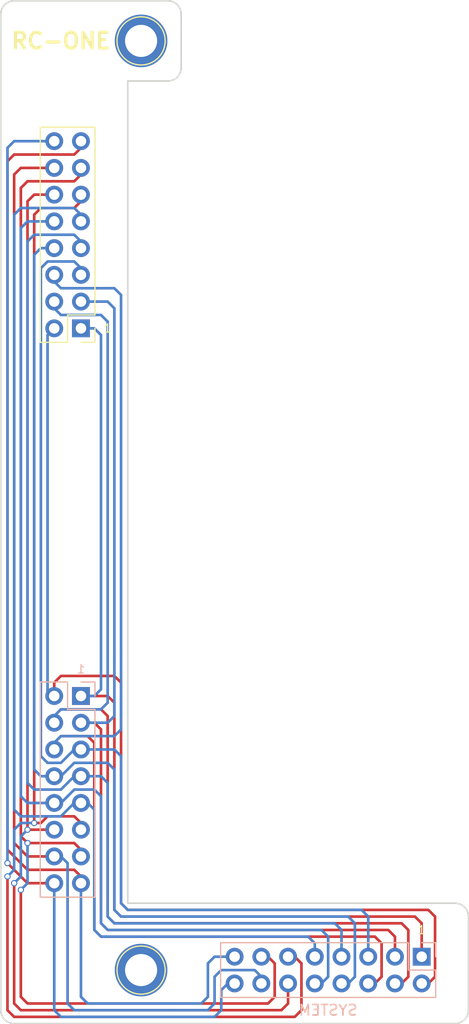
<source format=kicad_pcb>
(kicad_pcb (version 4) (host pcbnew 4.0.7)

  (general
    (links 32)
    (no_connects 0)
    (area 98.349999 36.754999 142.950001 134.060001)
    (thickness 1.6)
    (drawings 20)
    (tracks 287)
    (zones 0)
    (modules 5)
    (nets 17)
  )

  (page A4)
  (layers
    (0 F.Cu signal)
    (31 B.Cu signal)
    (32 B.Adhes user)
    (33 F.Adhes user)
    (34 B.Paste user)
    (35 F.Paste user)
    (36 B.SilkS user)
    (37 F.SilkS user)
    (38 B.Mask user)
    (39 F.Mask user)
    (40 Dwgs.User user)
    (41 Cmts.User user)
    (42 Eco1.User user)
    (43 Eco2.User user)
    (44 Edge.Cuts user)
    (45 Margin user)
    (46 B.CrtYd user)
    (47 F.CrtYd user)
    (48 B.Fab user)
    (49 F.Fab user)
  )

  (setup
    (last_trace_width 0.25)
    (trace_clearance 0.2)
    (zone_clearance 0.508)
    (zone_45_only no)
    (trace_min 0.2)
    (segment_width 0.2)
    (edge_width 0.15)
    (via_size 0.6)
    (via_drill 0.4)
    (via_min_size 0.4)
    (via_min_drill 0.3)
    (uvia_size 0.3)
    (uvia_drill 0.1)
    (uvias_allowed no)
    (uvia_min_size 0.2)
    (uvia_min_drill 0.1)
    (pcb_text_width 0.3)
    (pcb_text_size 1.5 1.5)
    (mod_edge_width 0.15)
    (mod_text_size 1 1)
    (mod_text_width 0.15)
    (pad_size 1.524 1.524)
    (pad_drill 0.762)
    (pad_to_mask_clearance 0.2)
    (aux_axis_origin 0 0)
    (visible_elements 7FFFFFFF)
    (pcbplotparams
      (layerselection 0x011fc_80000001)
      (usegerberextensions true)
      (excludeedgelayer true)
      (linewidth 0.100000)
      (plotframeref false)
      (viasonmask false)
      (mode 1)
      (useauxorigin false)
      (hpglpennumber 1)
      (hpglpenspeed 20)
      (hpglpendiameter 15)
      (hpglpenoverlay 2)
      (psnegative false)
      (psa4output false)
      (plotreference true)
      (plotvalue true)
      (plotinvisibletext false)
      (padsonsilk false)
      (subtractmaskfromsilk false)
      (outputformat 1)
      (mirror false)
      (drillshape 0)
      (scaleselection 1)
      (outputdirectory export/))
  )

  (net 0 "")
  (net 1 /PA6)
  (net 2 /PA5)
  (net 3 /PA4)
  (net 4 /PA3)
  (net 5 /PA2)
  (net 6 /PA1)
  (net 7 /PA0)
  (net 8 /ROW0)
  (net 9 /ROW1)
  (net 10 /ROW2)
  (net 11 /KP_ST)
  (net 12 /KP_RS)
  (net 13 /C.P.)
  (net 14 /LED)
  (net 15 /SST_IN)
  (net 16 /SST_OUT)

  (net_class Default "This is the default net class."
    (clearance 0.2)
    (trace_width 0.25)
    (via_dia 0.6)
    (via_drill 0.4)
    (uvia_dia 0.3)
    (uvia_drill 0.1)
    (add_net /C.P.)
    (add_net /KP_RS)
    (add_net /KP_ST)
    (add_net /LED)
    (add_net /PA0)
    (add_net /PA1)
    (add_net /PA2)
    (add_net /PA3)
    (add_net /PA4)
    (add_net /PA5)
    (add_net /PA6)
    (add_net /ROW0)
    (add_net /ROW1)
    (add_net /ROW2)
    (add_net /SST_IN)
    (add_net /SST_OUT)
  )

  (module Mounting:1pin locked (layer F.Cu) (tedit 5D61810C) (tstamp 5D63F949)
    (at 111.76 128.905)
    (descr "module 1 pin (ou trou mecanique de percage)")
    (tags DEV)
    (path /5D6783E4)
    (fp_text reference M1 (at 0 -3.048) (layer F.Fab) hide
      (effects (font (size 1 1) (thickness 0.15)))
    )
    (fp_text value Mounting (at 0 3) (layer F.Fab) hide
      (effects (font (size 1 1) (thickness 0.15)))
    )
    (fp_circle (center 0 0) (end 2 0.8) (layer F.Fab) (width 0.1))
    (fp_circle (center 0 0) (end 2.6 0) (layer F.CrtYd) (width 0.05))
    (fp_circle (center 0 0) (end 0 -2.286) (layer F.SilkS) (width 0.12))
    (pad 1 thru_hole circle (at 0 0) (size 5 5) (drill 3.048) (layers *.Cu *.Mask))
  )

  (module Mounting:1pin locked (layer F.Cu) (tedit 5D61810C) (tstamp 5D63F958)
    (at 111.76 40.64)
    (descr "module 1 pin (ou trou mecanique de percage)")
    (tags DEV)
    (path /5D678952)
    (fp_text reference M4 (at 0 -3.048) (layer F.Fab) hide
      (effects (font (size 1 1) (thickness 0.15)))
    )
    (fp_text value Mounting (at 0 3) (layer F.Fab) hide
      (effects (font (size 1 1) (thickness 0.15)))
    )
    (fp_circle (center 0 0) (end 2 0.8) (layer F.Fab) (width 0.1))
    (fp_circle (center 0 0) (end 2.6 0) (layer F.CrtYd) (width 0.05))
    (fp_circle (center 0 0) (end 0 -2.286) (layer F.SilkS) (width 0.12))
    (pad 1 thru_hole circle (at 0 0) (size 5 5) (drill 3.048) (layers *.Cu *.Mask))
  )

  (module Pin_Headers:Pin_Header_Straight_2x08_Pitch2.54mm (layer B.Cu) (tedit 5E2F239B) (tstamp 5E2F0984)
    (at 106.045 102.87 180)
    (descr "Through hole straight pin header, 2x08, 2.54mm pitch, double rows")
    (tags "Through hole pin header THT 2x08 2.54mm double row")
    (path /5E2F231D)
    (fp_text reference J2 (at 1.27 2.33 180) (layer F.Fab)
      (effects (font (size 1 1) (thickness 0.15)))
    )
    (fp_text value KEYPAD (at 1.27 -20.11 180) (layer B.Fab)
      (effects (font (size 1 1) (thickness 0.15)) (justify mirror))
    )
    (fp_line (start 0 1.27) (end 3.81 1.27) (layer B.Fab) (width 0.1))
    (fp_line (start 3.81 1.27) (end 3.81 -19.05) (layer B.Fab) (width 0.1))
    (fp_line (start 3.81 -19.05) (end -1.27 -19.05) (layer B.Fab) (width 0.1))
    (fp_line (start -1.27 -19.05) (end -1.27 0) (layer B.Fab) (width 0.1))
    (fp_line (start -1.27 0) (end 0 1.27) (layer B.Fab) (width 0.1))
    (fp_line (start -1.33 -19.11) (end 3.87 -19.11) (layer B.SilkS) (width 0.12))
    (fp_line (start -1.33 -1.27) (end -1.33 -19.11) (layer B.SilkS) (width 0.12))
    (fp_line (start 3.87 1.33) (end 3.87 -19.11) (layer B.SilkS) (width 0.12))
    (fp_line (start -1.33 -1.27) (end 1.27 -1.27) (layer B.SilkS) (width 0.12))
    (fp_line (start 1.27 -1.27) (end 1.27 1.33) (layer B.SilkS) (width 0.12))
    (fp_line (start 1.27 1.33) (end 3.87 1.33) (layer B.SilkS) (width 0.12))
    (fp_line (start -1.33 0) (end -1.33 1.33) (layer B.SilkS) (width 0.12))
    (fp_line (start -1.33 1.33) (end 0 1.33) (layer B.SilkS) (width 0.12))
    (fp_line (start -1.8 1.8) (end -1.8 -19.55) (layer B.CrtYd) (width 0.05))
    (fp_line (start -1.8 -19.55) (end 4.35 -19.55) (layer B.CrtYd) (width 0.05))
    (fp_line (start 4.35 -19.55) (end 4.35 1.8) (layer B.CrtYd) (width 0.05))
    (fp_line (start 4.35 1.8) (end -1.8 1.8) (layer B.CrtYd) (width 0.05))
    (fp_text user %R (at 1.27 -8.89 450) (layer B.Fab)
      (effects (font (size 1 1) (thickness 0.15)) (justify mirror))
    )
    (pad 1 thru_hole rect (at 0 0 180) (size 1.7 1.7) (drill 1) (layers *.Cu *.Mask)
      (net 1 /PA6))
    (pad 2 thru_hole oval (at 2.54 0 180) (size 1.7 1.7) (drill 1) (layers *.Cu *.Mask)
      (net 2 /PA5))
    (pad 3 thru_hole oval (at 0 -2.54 180) (size 1.7 1.7) (drill 1) (layers *.Cu *.Mask)
      (net 3 /PA4))
    (pad 4 thru_hole oval (at 2.54 -2.54 180) (size 1.7 1.7) (drill 1) (layers *.Cu *.Mask)
      (net 4 /PA3))
    (pad 5 thru_hole oval (at 0 -5.08 180) (size 1.7 1.7) (drill 1) (layers *.Cu *.Mask)
      (net 5 /PA2))
    (pad 6 thru_hole oval (at 2.54 -5.08 180) (size 1.7 1.7) (drill 1) (layers *.Cu *.Mask)
      (net 6 /PA1))
    (pad 7 thru_hole oval (at 0 -7.62 180) (size 1.7 1.7) (drill 1) (layers *.Cu *.Mask)
      (net 7 /PA0))
    (pad 8 thru_hole oval (at 2.54 -7.62 180) (size 1.7 1.7) (drill 1) (layers *.Cu *.Mask)
      (net 8 /ROW0))
    (pad 9 thru_hole oval (at 0 -10.16 180) (size 1.7 1.7) (drill 1) (layers *.Cu *.Mask)
      (net 9 /ROW1))
    (pad 10 thru_hole oval (at 2.54 -10.16 180) (size 1.7 1.7) (drill 1) (layers *.Cu *.Mask)
      (net 10 /ROW2))
    (pad 11 thru_hole oval (at 0 -12.7 180) (size 1.7 1.7) (drill 1) (layers *.Cu *.Mask)
      (net 13 /C.P.))
    (pad 12 thru_hole oval (at 2.54 -12.7 180) (size 1.7 1.7) (drill 1) (layers *.Cu *.Mask)
      (net 11 /KP_ST))
    (pad 13 thru_hole oval (at 0 -15.24 180) (size 1.7 1.7) (drill 1) (layers *.Cu *.Mask)
      (net 12 /KP_RS))
    (pad 14 thru_hole oval (at 2.54 -15.24 180) (size 1.7 1.7) (drill 1) (layers *.Cu *.Mask)
      (net 14 /LED))
    (pad 15 thru_hole oval (at 0 -17.78 180) (size 1.7 1.7) (drill 1) (layers *.Cu *.Mask)
      (net 15 /SST_IN))
    (pad 16 thru_hole oval (at 2.54 -17.78 180) (size 1.7 1.7) (drill 1) (layers *.Cu *.Mask)
      (net 16 /SST_OUT))
    (model ${KISYS3DMOD}/Pin_Headers.3dshapes/Pin_Header_Straight_2x08_Pitch2.54mm.wrl
      (at (xyz 0 0 0))
      (scale (xyz 1 1 1))
      (rotate (xyz 0 0 0))
    )
  )

  (module Keypad:Pin_Header_Straight_2x08_Pitch2.54mm (layer F.Cu) (tedit 5E2F1281) (tstamp 5D63F7D3)
    (at 138.43 127.635 270)
    (descr "Through hole straight pin header, 2x08, 2.54mm pitch, double rows")
    (tags "Through hole pin header THT 2x08 2.54mm double row")
    (path /5D643839)
    (fp_text reference J1 (at 1.27 -2.54 270) (layer F.SilkS) hide
      (effects (font (size 1 1) (thickness 0.15)))
    )
    (fp_text value SYSTEM (at 5.08 8.89 360) (layer B.SilkS)
      (effects (font (size 1 1) (thickness 0.15)) (justify mirror))
    )
    (fp_line (start 0 -1.27) (end 3.81 -1.27) (layer F.Fab) (width 0.1))
    (fp_line (start 3.81 -1.27) (end 3.81 19.05) (layer F.Fab) (width 0.1))
    (fp_line (start 3.81 19.05) (end -1.27 19.05) (layer F.Fab) (width 0.1))
    (fp_line (start -1.27 19.05) (end -1.27 0) (layer F.Fab) (width 0.1))
    (fp_line (start -1.27 0) (end 0 -1.27) (layer F.Fab) (width 0.1))
    (fp_line (start -1.33 19.11) (end 3.87 19.11) (layer B.SilkS) (width 0.12))
    (fp_line (start -1.33 1.27) (end -1.33 19.11) (layer B.SilkS) (width 0.12))
    (fp_line (start 3.87 -1.33) (end 3.87 19.11) (layer B.SilkS) (width 0.12))
    (fp_line (start -1.33 1.27) (end 1.27 1.27) (layer B.SilkS) (width 0.12))
    (fp_line (start 1.27 1.27) (end 1.27 -1.33) (layer B.SilkS) (width 0.12))
    (fp_line (start 1.27 -1.33) (end 3.87 -1.33) (layer B.SilkS) (width 0.12))
    (fp_line (start -1.33 0) (end -1.33 -1.33) (layer B.SilkS) (width 0.12))
    (fp_line (start -1.33 -1.33) (end 0 -1.33) (layer B.SilkS) (width 0.12))
    (fp_line (start -1.8 -1.8) (end -1.8 19.55) (layer F.CrtYd) (width 0.05))
    (fp_line (start -1.8 19.55) (end 4.35 19.55) (layer F.CrtYd) (width 0.05))
    (fp_line (start 4.35 19.55) (end 4.35 -1.8) (layer F.CrtYd) (width 0.05))
    (fp_line (start 4.35 -1.8) (end -1.8 -1.8) (layer F.CrtYd) (width 0.05))
    (fp_text user %R (at 1.27 8.89 360) (layer F.Fab)
      (effects (font (size 1 1) (thickness 0.15)))
    )
    (pad 1 thru_hole rect (at 0 0 270) (size 1.7 1.7) (drill 1) (layers *.Cu *.Mask)
      (net 1 /PA6))
    (pad 2 thru_hole oval (at 2.54 0 270) (size 1.7 1.7) (drill 1) (layers *.Cu *.Mask)
      (net 2 /PA5))
    (pad 3 thru_hole oval (at 0 2.54 270) (size 1.7 1.7) (drill 1) (layers *.Cu *.Mask)
      (net 3 /PA4))
    (pad 4 thru_hole oval (at 2.54 2.54 270) (size 1.7 1.7) (drill 1) (layers *.Cu *.Mask)
      (net 4 /PA3))
    (pad 5 thru_hole oval (at 0 5.08 270) (size 1.7 1.7) (drill 1) (layers *.Cu *.Mask)
      (net 5 /PA2))
    (pad 6 thru_hole oval (at 2.54 5.08 270) (size 1.7 1.7) (drill 1) (layers *.Cu *.Mask)
      (net 6 /PA1))
    (pad 7 thru_hole oval (at 0 7.62 270) (size 1.7 1.7) (drill 1) (layers *.Cu *.Mask)
      (net 7 /PA0))
    (pad 8 thru_hole oval (at 2.54 7.62 270) (size 1.7 1.7) (drill 1) (layers *.Cu *.Mask)
      (net 8 /ROW0))
    (pad 9 thru_hole oval (at 0 10.16 270) (size 1.7 1.7) (drill 1) (layers *.Cu *.Mask)
      (net 9 /ROW1))
    (pad 10 thru_hole oval (at 2.54 10.16 270) (size 1.7 1.7) (drill 1) (layers *.Cu *.Mask)
      (net 10 /ROW2))
    (pad 11 thru_hole oval (at 0 12.7 270) (size 1.7 1.7) (drill 1) (layers *.Cu *.Mask)
      (net 13 /C.P.))
    (pad 12 thru_hole oval (at 2.54 12.7 270) (size 1.7 1.7) (drill 1) (layers *.Cu *.Mask)
      (net 11 /KP_ST))
    (pad 13 thru_hole oval (at 0 15.24 270) (size 1.7 1.7) (drill 1) (layers *.Cu *.Mask)
      (net 12 /KP_RS))
    (pad 14 thru_hole oval (at 2.54 15.24 270) (size 1.7 1.7) (drill 1) (layers *.Cu *.Mask)
      (net 14 /LED))
    (pad 15 thru_hole oval (at 0 17.78 270) (size 1.7 1.7) (drill 1) (layers *.Cu *.Mask)
      (net 15 /SST_IN))
    (pad 16 thru_hole oval (at 2.54 17.78 270) (size 1.7 1.7) (drill 1) (layers *.Cu *.Mask)
      (net 16 /SST_OUT))
  )

  (module Pin_Headers:Pin_Header_Straight_2x08_Pitch2.54mm (layer F.Cu) (tedit 5E2F23A1) (tstamp 5E2F181E)
    (at 106.045 67.945 180)
    (descr "Through hole straight pin header, 2x08, 2.54mm pitch, double rows")
    (tags "Through hole pin header THT 2x08 2.54mm double row")
    (path /5E2F2558)
    (fp_text reference J3 (at 1.27 -2.33 180) (layer F.Fab)
      (effects (font (size 1 1) (thickness 0.15)))
    )
    (fp_text value KEYPAD (at 1.27 20.11 180) (layer F.Fab)
      (effects (font (size 1 1) (thickness 0.15)))
    )
    (fp_line (start 0 -1.27) (end 3.81 -1.27) (layer F.Fab) (width 0.1))
    (fp_line (start 3.81 -1.27) (end 3.81 19.05) (layer F.Fab) (width 0.1))
    (fp_line (start 3.81 19.05) (end -1.27 19.05) (layer F.Fab) (width 0.1))
    (fp_line (start -1.27 19.05) (end -1.27 0) (layer F.Fab) (width 0.1))
    (fp_line (start -1.27 0) (end 0 -1.27) (layer F.Fab) (width 0.1))
    (fp_line (start -1.33 19.11) (end 3.87 19.11) (layer F.SilkS) (width 0.12))
    (fp_line (start -1.33 1.27) (end -1.33 19.11) (layer F.SilkS) (width 0.12))
    (fp_line (start 3.87 -1.33) (end 3.87 19.11) (layer F.SilkS) (width 0.12))
    (fp_line (start -1.33 1.27) (end 1.27 1.27) (layer F.SilkS) (width 0.12))
    (fp_line (start 1.27 1.27) (end 1.27 -1.33) (layer F.SilkS) (width 0.12))
    (fp_line (start 1.27 -1.33) (end 3.87 -1.33) (layer F.SilkS) (width 0.12))
    (fp_line (start -1.33 0) (end -1.33 -1.33) (layer F.SilkS) (width 0.12))
    (fp_line (start -1.33 -1.33) (end 0 -1.33) (layer F.SilkS) (width 0.12))
    (fp_line (start -1.8 -1.8) (end -1.8 19.55) (layer F.CrtYd) (width 0.05))
    (fp_line (start -1.8 19.55) (end 4.35 19.55) (layer F.CrtYd) (width 0.05))
    (fp_line (start 4.35 19.55) (end 4.35 -1.8) (layer F.CrtYd) (width 0.05))
    (fp_line (start 4.35 -1.8) (end -1.8 -1.8) (layer F.CrtYd) (width 0.05))
    (fp_text user %R (at 1.27 8.89 270) (layer F.Fab)
      (effects (font (size 1 1) (thickness 0.15)))
    )
    (pad 1 thru_hole rect (at 0 0 180) (size 1.7 1.7) (drill 1) (layers *.Cu *.Mask)
      (net 1 /PA6))
    (pad 2 thru_hole oval (at 2.54 0 180) (size 1.7 1.7) (drill 1) (layers *.Cu *.Mask)
      (net 2 /PA5))
    (pad 3 thru_hole oval (at 0 2.54 180) (size 1.7 1.7) (drill 1) (layers *.Cu *.Mask)
      (net 3 /PA4))
    (pad 4 thru_hole oval (at 2.54 2.54 180) (size 1.7 1.7) (drill 1) (layers *.Cu *.Mask)
      (net 4 /PA3))
    (pad 5 thru_hole oval (at 0 5.08 180) (size 1.7 1.7) (drill 1) (layers *.Cu *.Mask)
      (net 5 /PA2))
    (pad 6 thru_hole oval (at 2.54 5.08 180) (size 1.7 1.7) (drill 1) (layers *.Cu *.Mask)
      (net 6 /PA1))
    (pad 7 thru_hole oval (at 0 7.62 180) (size 1.7 1.7) (drill 1) (layers *.Cu *.Mask)
      (net 7 /PA0))
    (pad 8 thru_hole oval (at 2.54 7.62 180) (size 1.7 1.7) (drill 1) (layers *.Cu *.Mask)
      (net 8 /ROW0))
    (pad 9 thru_hole oval (at 0 10.16 180) (size 1.7 1.7) (drill 1) (layers *.Cu *.Mask)
      (net 9 /ROW1))
    (pad 10 thru_hole oval (at 2.54 10.16 180) (size 1.7 1.7) (drill 1) (layers *.Cu *.Mask)
      (net 10 /ROW2))
    (pad 11 thru_hole oval (at 0 12.7 180) (size 1.7 1.7) (drill 1) (layers *.Cu *.Mask)
      (net 13 /C.P.))
    (pad 12 thru_hole oval (at 2.54 12.7 180) (size 1.7 1.7) (drill 1) (layers *.Cu *.Mask)
      (net 11 /KP_ST))
    (pad 13 thru_hole oval (at 0 15.24 180) (size 1.7 1.7) (drill 1) (layers *.Cu *.Mask)
      (net 12 /KP_RS))
    (pad 14 thru_hole oval (at 2.54 15.24 180) (size 1.7 1.7) (drill 1) (layers *.Cu *.Mask)
      (net 14 /LED))
    (pad 15 thru_hole oval (at 0 17.78 180) (size 1.7 1.7) (drill 1) (layers *.Cu *.Mask)
      (net 15 /SST_IN))
    (pad 16 thru_hole oval (at 2.54 17.78 180) (size 1.7 1.7) (drill 1) (layers *.Cu *.Mask)
      (net 16 /SST_OUT))
    (model ${KISYS3DMOD}/Pin_Headers.3dshapes/Pin_Header_Straight_2x08_Pitch2.54mm.wrl
      (at (xyz 0 0 0))
      (scale (xyz 1 1 1))
      (rotate (xyz 0 0 0))
    )
  )

  (gr_text 1 (at 108.585 67.945) (layer F.SilkS)
    (effects (font (size 0.8 0.8) (thickness 0.1)))
  )
  (gr_text 1 (at 106.045 100.33) (layer B.SilkS)
    (effects (font (size 0.8 0.8) (thickness 0.1)) (justify mirror))
  )
  (gr_text 1 (at 138.43 125.095) (layer F.SilkS)
    (effects (font (size 0.8 0.8) (thickness 0.1)))
  )
  (gr_line (start 99.695 36.83) (end 100.33 36.83) (angle 90) (layer Edge.Cuts) (width 0.15))
  (gr_line (start 100.33 133.985) (end 99.695 133.985) (angle 90) (layer Edge.Cuts) (width 0.15))
  (gr_line (start 100.33 133.985) (end 141.605 133.985) (angle 90) (layer Edge.Cuts) (width 0.15))
  (gr_line (start 98.425 38.1) (end 98.425 132.715) (angle 90) (layer Edge.Cuts) (width 0.15))
  (gr_line (start 100.33 36.83) (end 114.3 36.83) (angle 90) (layer Edge.Cuts) (width 0.15))
  (gr_arc (start 99.695 38.1) (end 98.425 38.1) (angle 90) (layer Edge.Cuts) (width 0.15))
  (gr_line (start 110.49 122.555) (end 141.605 122.555) (angle 90) (layer Edge.Cuts) (width 0.15))
  (gr_line (start 110.49 44.45) (end 114.3 44.45) (angle 90) (layer Edge.Cuts) (width 0.15))
  (gr_line (start 110.49 122.555) (end 110.49 44.45) (angle 90) (layer Edge.Cuts) (width 0.15))
  (gr_line (start 142.875 123.825) (end 142.875 132.715) (angle 90) (layer Edge.Cuts) (width 0.15))
  (gr_arc (start 99.695 132.715) (end 99.695 133.985) (angle 90) (layer Edge.Cuts) (width 0.15))
  (gr_text RC-ONE (at 104.14 40.64) (layer F.SilkS)
    (effects (font (size 1.5 1.5) (thickness 0.3)))
  )
  (gr_arc (start 141.605 123.825) (end 141.605 122.555) (angle 90) (layer Edge.Cuts) (width 0.15))
  (gr_arc (start 141.605 132.715) (end 142.875 132.715) (angle 90) (layer Edge.Cuts) (width 0.15))
  (gr_line (start 115.57 43.18) (end 115.57 38.1) (angle 90) (layer Edge.Cuts) (width 0.15))
  (gr_arc (start 114.3 38.1) (end 114.3 36.83) (angle 90) (layer Edge.Cuts) (width 0.15))
  (gr_arc (start 114.3 43.18) (end 115.57 43.18) (angle 90) (layer Edge.Cuts) (width 0.15))

  (segment (start 106.045 102.87) (end 107.315 102.87) (width 0.25) (layer B.Cu) (net 1))
  (segment (start 107.315 67.945) (end 106.045 67.945) (width 0.25) (layer B.Cu) (net 1) (tstamp 5E2F1964))
  (segment (start 107.95 68.58) (end 107.315 67.945) (width 0.25) (layer B.Cu) (net 1) (tstamp 5E2F1963))
  (segment (start 107.95 102.235) (end 107.95 68.58) (width 0.25) (layer B.Cu) (net 1) (tstamp 5E2F195D))
  (segment (start 107.315 102.87) (end 107.95 102.235) (width 0.25) (layer B.Cu) (net 1) (tstamp 5E2F195A))
  (segment (start 134.62 123.825) (end 109.855 123.825) (width 0.25) (layer F.Cu) (net 1))
  (segment (start 138.43 124.46) (end 137.795 123.825) (width 0.25) (layer F.Cu) (net 1) (tstamp 5E2F1486))
  (segment (start 137.795 123.825) (end 134.62 123.825) (width 0.25) (layer F.Cu) (net 1) (tstamp 5E2F1487))
  (segment (start 138.43 127.635) (end 138.43 124.46) (width 0.25) (layer F.Cu) (net 1))
  (segment (start 108.585 102.87) (end 106.045 102.87) (width 0.25) (layer F.Cu) (net 1) (tstamp 5E2F148D))
  (segment (start 109.22 103.505) (end 108.585 102.87) (width 0.25) (layer F.Cu) (net 1) (tstamp 5E2F148C))
  (segment (start 109.22 123.19) (end 109.22 103.505) (width 0.25) (layer F.Cu) (net 1) (tstamp 5E2F148B))
  (segment (start 109.855 123.825) (end 109.22 123.19) (width 0.25) (layer F.Cu) (net 1) (tstamp 5E2F148A))
  (segment (start 103.505 102.87) (end 103.320002 102.87) (width 0.25) (layer B.Cu) (net 2))
  (segment (start 103.320002 102.87) (end 102.87 102.419998) (width 0.25) (layer B.Cu) (net 2) (tstamp 5E2F196D))
  (segment (start 102.87 102.419998) (end 102.87 68.58) (width 0.25) (layer B.Cu) (net 2) (tstamp 5E2F1971))
  (segment (start 102.87 68.58) (end 103.505 67.945) (width 0.25) (layer B.Cu) (net 2) (tstamp 5E2F1975))
  (segment (start 103.505 102.87) (end 103.505 101.6) (width 0.25) (layer F.Cu) (net 2))
  (segment (start 139.7 129.54) (end 139.065 130.175) (width 0.25) (layer F.Cu) (net 2) (tstamp 5E2F1482))
  (segment (start 139.7 123.825) (end 139.7 129.54) (width 0.25) (layer F.Cu) (net 2) (tstamp 5E2F1481))
  (segment (start 139.065 123.19) (end 139.7 123.825) (width 0.25) (layer F.Cu) (net 2) (tstamp 5E2F1480))
  (segment (start 110.49 123.19) (end 139.065 123.19) (width 0.25) (layer F.Cu) (net 2) (tstamp 5E2F147F))
  (segment (start 109.855 122.555) (end 110.49 123.19) (width 0.25) (layer F.Cu) (net 2) (tstamp 5E2F147E))
  (segment (start 109.855 101.6) (end 109.855 122.555) (width 0.25) (layer F.Cu) (net 2) (tstamp 5E2F147D))
  (segment (start 109.22 100.965) (end 109.855 101.6) (width 0.25) (layer F.Cu) (net 2) (tstamp 5E2F147C))
  (segment (start 104.14 100.965) (end 109.22 100.965) (width 0.25) (layer F.Cu) (net 2) (tstamp 5E2F147B))
  (segment (start 103.505 101.6) (end 104.14 100.965) (width 0.25) (layer F.Cu) (net 2) (tstamp 5E2F147A))
  (segment (start 139.065 130.175) (end 138.43 130.175) (width 0.25) (layer F.Cu) (net 2) (tstamp 5E2F1483))
  (segment (start 109.22 99.695) (end 109.22 66.04) (width 0.25) (layer B.Cu) (net 3))
  (segment (start 108.585 105.41) (end 109.22 104.775) (width 0.25) (layer B.Cu) (net 3) (tstamp 5E2F193A))
  (segment (start 109.22 104.775) (end 109.22 99.695) (width 0.25) (layer B.Cu) (net 3) (tstamp 5E2F193B))
  (segment (start 106.045 105.41) (end 108.585 105.41) (width 0.25) (layer B.Cu) (net 3))
  (segment (start 108.585 65.405) (end 106.045 65.405) (width 0.25) (layer B.Cu) (net 3) (tstamp 5E2F1945))
  (segment (start 109.22 66.04) (end 108.585 65.405) (width 0.25) (layer B.Cu) (net 3) (tstamp 5E2F1944))
  (segment (start 135.89 127.635) (end 135.89 125.73) (width 0.25) (layer F.Cu) (net 3))
  (segment (start 107.315 105.41) (end 106.045 105.41) (width 0.25) (layer F.Cu) (net 3) (tstamp 5E2F14AF))
  (segment (start 107.95 106.045) (end 107.315 105.41) (width 0.25) (layer F.Cu) (net 3) (tstamp 5E2F14AE))
  (segment (start 107.95 124.46) (end 107.95 106.045) (width 0.25) (layer F.Cu) (net 3) (tstamp 5E2F14A7))
  (segment (start 108.585 125.095) (end 107.95 124.46) (width 0.25) (layer F.Cu) (net 3) (tstamp 5E2F14A6))
  (segment (start 135.255 125.095) (end 108.585 125.095) (width 0.25) (layer F.Cu) (net 3) (tstamp 5E2F14A2))
  (segment (start 135.89 125.73) (end 135.255 125.095) (width 0.25) (layer F.Cu) (net 3) (tstamp 5E2F14A1))
  (segment (start 103.505 105.41) (end 103.505 104.775) (width 0.25) (layer B.Cu) (net 4))
  (segment (start 103.505 104.775) (end 104.14 104.14) (width 0.25) (layer B.Cu) (net 4) (tstamp 5E2F194D))
  (segment (start 104.14 66.675) (end 103.505 66.04) (width 0.25) (layer B.Cu) (net 4) (tstamp 5E2F1953))
  (segment (start 107.95 66.675) (end 104.14 66.675) (width 0.25) (layer B.Cu) (net 4) (tstamp 5E2F1952))
  (segment (start 108.585 67.31) (end 107.95 66.675) (width 0.25) (layer B.Cu) (net 4) (tstamp 5E2F1951))
  (segment (start 108.585 103.505) (end 108.585 67.31) (width 0.25) (layer B.Cu) (net 4) (tstamp 5E2F1950))
  (segment (start 107.95 104.14) (end 108.585 103.505) (width 0.25) (layer B.Cu) (net 4) (tstamp 5E2F194F))
  (segment (start 104.14 104.14) (end 107.95 104.14) (width 0.25) (layer B.Cu) (net 4) (tstamp 5E2F194E))
  (segment (start 103.505 66.04) (end 103.505 65.405) (width 0.25) (layer B.Cu) (net 4) (tstamp 5E2F1954))
  (segment (start 103.505 104.775) (end 104.14 104.14) (width 0.25) (layer F.Cu) (net 4) (tstamp 5E2F1490))
  (segment (start 104.14 104.14) (end 107.95 104.14) (width 0.25) (layer F.Cu) (net 4) (tstamp 5E2F1491))
  (segment (start 107.95 104.14) (end 108.585 104.775) (width 0.25) (layer F.Cu) (net 4) (tstamp 5E2F1492))
  (segment (start 108.585 104.775) (end 108.585 123.825) (width 0.25) (layer F.Cu) (net 4) (tstamp 5E2F1493))
  (segment (start 108.585 123.825) (end 109.22 124.46) (width 0.25) (layer F.Cu) (net 4) (tstamp 5E2F1494))
  (segment (start 109.22 124.46) (end 136.525 124.46) (width 0.25) (layer F.Cu) (net 4) (tstamp 5E2F1495))
  (segment (start 136.525 124.46) (end 137.16 125.095) (width 0.25) (layer F.Cu) (net 4) (tstamp 5E2F1499))
  (segment (start 137.16 125.095) (end 137.16 129.54) (width 0.25) (layer F.Cu) (net 4) (tstamp 5E2F149A))
  (segment (start 137.16 129.54) (end 136.525 130.175) (width 0.25) (layer F.Cu) (net 4) (tstamp 5E2F149D))
  (segment (start 136.525 130.175) (end 135.89 130.175) (width 0.25) (layer F.Cu) (net 4) (tstamp 5E2F149E))
  (segment (start 102.235 107.315) (end 102.235 108.585) (width 0.25) (layer B.Cu) (net 5))
  (segment (start 102.235 62.23) (end 102.235 107.315) (width 0.25) (layer B.Cu) (net 5) (tstamp 5E2F1914))
  (segment (start 102.87 61.595) (end 102.235 62.23) (width 0.25) (layer B.Cu) (net 5) (tstamp 5E2F1913))
  (segment (start 105.41 61.595) (end 102.87 61.595) (width 0.25) (layer B.Cu) (net 5) (tstamp 5E2F1912))
  (segment (start 106.045 62.23) (end 105.41 61.595) (width 0.25) (layer B.Cu) (net 5) (tstamp 5E2F1911))
  (segment (start 104.14 109.22) (end 105.41 107.95) (width 0.25) (layer B.Cu) (net 5) (tstamp 5E2F191F))
  (segment (start 102.87 109.22) (end 104.14 109.22) (width 0.25) (layer B.Cu) (net 5) (tstamp 5E2F191E))
  (segment (start 102.235 108.585) (end 102.87 109.22) (width 0.25) (layer B.Cu) (net 5) (tstamp 5E2F191D))
  (segment (start 105.41 107.95) (end 106.045 107.95) (width 0.25) (layer B.Cu) (net 5) (tstamp 5E2F1922))
  (segment (start 106.045 62.865) (end 106.045 62.23) (width 0.25) (layer B.Cu) (net 5))
  (segment (start 133.35 127.635) (end 133.35 123.825) (width 0.25) (layer B.Cu) (net 5))
  (segment (start 109.22 107.95) (end 106.045 107.95) (width 0.25) (layer B.Cu) (net 5) (tstamp 5E2F14D8))
  (segment (start 109.855 108.585) (end 109.22 107.95) (width 0.25) (layer B.Cu) (net 5) (tstamp 5E2F14D7))
  (segment (start 109.855 122.555) (end 109.855 108.585) (width 0.25) (layer B.Cu) (net 5) (tstamp 5E2F14D3))
  (segment (start 110.49 123.19) (end 109.855 122.555) (width 0.25) (layer B.Cu) (net 5) (tstamp 5E2F14D2))
  (segment (start 132.715 123.19) (end 110.49 123.19) (width 0.25) (layer B.Cu) (net 5) (tstamp 5E2F14CE))
  (segment (start 133.35 123.825) (end 132.715 123.19) (width 0.25) (layer B.Cu) (net 5) (tstamp 5E2F14CC))
  (segment (start 109.855 98.425) (end 109.855 64.77) (width 0.25) (layer B.Cu) (net 6))
  (segment (start 104.14 106.68) (end 109.22 106.68) (width 0.25) (layer B.Cu) (net 6) (tstamp 5E2F1935))
  (segment (start 109.22 106.68) (end 109.855 106.045) (width 0.25) (layer B.Cu) (net 6) (tstamp 5E2F1936))
  (segment (start 109.855 106.045) (end 109.855 98.425) (width 0.25) (layer B.Cu) (net 6) (tstamp 5E2F1937))
  (segment (start 103.505 107.315) (end 104.14 106.68) (width 0.25) (layer B.Cu) (net 6) (tstamp 5E2F1934))
  (segment (start 104.14 64.135) (end 103.505 63.5) (width 0.25) (layer B.Cu) (net 6) (tstamp 5E2F1940))
  (segment (start 109.22 64.135) (end 104.14 64.135) (width 0.25) (layer B.Cu) (net 6) (tstamp 5E2F193F))
  (segment (start 109.855 64.77) (end 109.22 64.135) (width 0.25) (layer B.Cu) (net 6) (tstamp 5E2F193E))
  (segment (start 103.505 63.5) (end 103.505 62.865) (width 0.25) (layer B.Cu) (net 6) (tstamp 5E2F1941))
  (segment (start 103.505 107.95) (end 103.505 107.315) (width 0.25) (layer B.Cu) (net 6))
  (segment (start 103.505 107.315) (end 104.14 106.68) (width 0.25) (layer F.Cu) (net 6) (tstamp 5E2F14B8))
  (segment (start 104.14 106.68) (end 106.68 106.68) (width 0.25) (layer F.Cu) (net 6) (tstamp 5E2F14B9))
  (segment (start 106.68 106.68) (end 107.315 107.315) (width 0.25) (layer F.Cu) (net 6) (tstamp 5E2F14BA))
  (segment (start 107.315 107.315) (end 107.315 125.095) (width 0.25) (layer F.Cu) (net 6) (tstamp 5E2F14BB))
  (segment (start 107.315 125.095) (end 107.95 125.73) (width 0.25) (layer F.Cu) (net 6) (tstamp 5E2F14BE))
  (segment (start 107.95 125.73) (end 133.985 125.73) (width 0.25) (layer F.Cu) (net 6) (tstamp 5E2F14BF))
  (segment (start 133.985 125.73) (end 134.62 126.365) (width 0.25) (layer F.Cu) (net 6) (tstamp 5E2F14C3))
  (segment (start 134.62 126.365) (end 134.62 129.54) (width 0.25) (layer F.Cu) (net 6) (tstamp 5E2F14C4))
  (segment (start 134.62 129.54) (end 133.985 130.175) (width 0.25) (layer F.Cu) (net 6) (tstamp 5E2F14C6))
  (segment (start 133.985 130.175) (end 133.35 130.175) (width 0.25) (layer F.Cu) (net 6) (tstamp 5E2F14C7))
  (segment (start 100.965 111.125) (end 100.965 110.49) (width 0.25) (layer B.Cu) (net 7) (tstamp 5E2F1907))
  (segment (start 101.6 111.76) (end 100.965 111.125) (width 0.25) (layer B.Cu) (net 7) (tstamp 5E2F1906))
  (segment (start 106.045 110.49) (end 105.41 110.49) (width 0.25) (layer B.Cu) (net 7))
  (segment (start 105.41 110.49) (end 104.14 111.76) (width 0.25) (layer B.Cu) (net 7) (tstamp 5E2F1903))
  (segment (start 100.965 59.69) (end 100.965 110.49) (width 0.25) (layer B.Cu) (net 7) (tstamp 5E2F18FA))
  (segment (start 106.045 59.69) (end 105.41 59.055) (width 0.25) (layer B.Cu) (net 7) (tstamp 5E2F18F7))
  (segment (start 105.41 59.055) (end 101.6 59.055) (width 0.25) (layer B.Cu) (net 7) (tstamp 5E2F18F8))
  (segment (start 101.6 59.055) (end 100.965 59.69) (width 0.25) (layer B.Cu) (net 7) (tstamp 5E2F18F9))
  (segment (start 104.14 111.76) (end 101.6 111.76) (width 0.25) (layer B.Cu) (net 7) (tstamp 5E2F1904))
  (segment (start 106.045 60.325) (end 106.045 59.69) (width 0.25) (layer B.Cu) (net 7))
  (segment (start 130.81 127.635) (end 130.81 125.095) (width 0.25) (layer B.Cu) (net 7))
  (segment (start 107.95 110.49) (end 108.585 111.125) (width 0.25) (layer B.Cu) (net 7) (tstamp 5E2F14E3))
  (segment (start 108.585 111.125) (end 108.585 117.475) (width 0.25) (layer B.Cu) (net 7) (tstamp 5E2F14E5))
  (segment (start 107.95 110.49) (end 106.045 110.49) (width 0.25) (layer B.Cu) (net 7))
  (segment (start 108.585 123.825) (end 108.585 117.475) (width 0.25) (layer B.Cu) (net 7) (tstamp 5E2F1501))
  (segment (start 109.22 124.46) (end 108.585 123.825) (width 0.25) (layer B.Cu) (net 7) (tstamp 5E2F1500))
  (segment (start 130.175 124.46) (end 109.22 124.46) (width 0.25) (layer B.Cu) (net 7) (tstamp 5E2F14FC))
  (segment (start 130.81 125.095) (end 130.175 124.46) (width 0.25) (layer B.Cu) (net 7) (tstamp 5E2F14FA))
  (segment (start 103.505 110.49) (end 104.14 110.49) (width 0.25) (layer B.Cu) (net 8))
  (segment (start 104.14 110.49) (end 105.41 109.22) (width 0.25) (layer B.Cu) (net 8) (tstamp 5E2F1917))
  (segment (start 103.505 110.49) (end 102.235 110.49) (width 0.25) (layer B.Cu) (net 8))
  (segment (start 102.235 60.325) (end 103.505 60.325) (width 0.25) (layer B.Cu) (net 8) (tstamp 5E2F190E))
  (segment (start 101.6 60.96) (end 102.235 60.325) (width 0.25) (layer B.Cu) (net 8) (tstamp 5E2F190D))
  (segment (start 101.6 109.855) (end 101.6 60.96) (width 0.25) (layer B.Cu) (net 8) (tstamp 5E2F190C))
  (segment (start 102.235 110.49) (end 101.6 109.855) (width 0.25) (layer B.Cu) (net 8) (tstamp 5E2F190B))
  (segment (start 109.22 114.3) (end 109.22 123.19) (width 0.25) (layer B.Cu) (net 8))
  (segment (start 109.22 109.855) (end 109.22 114.3) (width 0.25) (layer B.Cu) (net 8) (tstamp 5E2F14E0))
  (segment (start 108.585 109.22) (end 109.22 109.855) (width 0.25) (layer B.Cu) (net 8) (tstamp 5E2F14DF))
  (segment (start 105.41 109.22) (end 108.585 109.22) (width 0.25) (layer B.Cu) (net 8) (tstamp 5E2F191A))
  (segment (start 132.08 129.54) (end 131.445 130.175) (width 0.25) (layer B.Cu) (net 8) (tstamp 5E2F14F6))
  (segment (start 132.08 124.46) (end 132.08 129.54) (width 0.25) (layer B.Cu) (net 8) (tstamp 5E2F14F3))
  (segment (start 131.445 123.825) (end 132.08 124.46) (width 0.25) (layer B.Cu) (net 8) (tstamp 5E2F14F0))
  (segment (start 109.855 123.825) (end 131.445 123.825) (width 0.25) (layer B.Cu) (net 8) (tstamp 5E2F14EB))
  (segment (start 109.22 123.19) (end 109.855 123.825) (width 0.25) (layer B.Cu) (net 8) (tstamp 5E2F14E9))
  (segment (start 131.445 130.175) (end 130.81 130.175) (width 0.25) (layer B.Cu) (net 8) (tstamp 5E2F14F7))
  (segment (start 102.87 114.3) (end 100.33 114.3) (width 0.25) (layer B.Cu) (net 9))
  (segment (start 99.695 113.665) (end 99.695 113.03) (width 0.25) (layer B.Cu) (net 9) (tstamp 5E2F22D3))
  (segment (start 100.33 114.3) (end 99.695 113.665) (width 0.25) (layer B.Cu) (net 9) (tstamp 5E2F22D2))
  (segment (start 99.695 113.03) (end 99.695 112.395) (width 0.25) (layer B.Cu) (net 9) (tstamp 5E2F22AA))
  (segment (start 99.695 112.395) (end 99.695 57.15) (width 0.25) (layer B.Cu) (net 9) (tstamp 5E2F1A21))
  (segment (start 99.695 57.15) (end 100.33 56.515) (width 0.25) (layer B.Cu) (net 9) (tstamp 5E2F18EA))
  (segment (start 100.33 56.515) (end 105.41 56.515) (width 0.25) (layer B.Cu) (net 9) (tstamp 5E2F18EB))
  (segment (start 105.41 56.515) (end 106.045 57.15) (width 0.25) (layer B.Cu) (net 9) (tstamp 5E2F18EC))
  (segment (start 106.045 113.03) (end 105.41 113.03) (width 0.25) (layer B.Cu) (net 9))
  (segment (start 105.41 113.03) (end 104.14 114.3) (width 0.25) (layer B.Cu) (net 9) (tstamp 5E2F1929))
  (segment (start 104.14 114.3) (end 102.87 114.3) (width 0.25) (layer B.Cu) (net 9) (tstamp 5E2F192C))
  (segment (start 106.045 57.15) (end 106.045 57.785) (width 0.25) (layer B.Cu) (net 9) (tstamp 5E2F18ED))
  (segment (start 128.27 127.635) (end 128.27 126.365) (width 0.25) (layer B.Cu) (net 9))
  (segment (start 107.315 113.665) (end 106.68 113.03) (width 0.25) (layer B.Cu) (net 9) (tstamp 5E2F1524))
  (segment (start 107.315 125.095) (end 107.315 113.665) (width 0.25) (layer B.Cu) (net 9) (tstamp 5E2F1520))
  (segment (start 107.95 125.73) (end 107.315 125.095) (width 0.25) (layer B.Cu) (net 9) (tstamp 5E2F151F))
  (segment (start 127.635 125.73) (end 107.95 125.73) (width 0.25) (layer B.Cu) (net 9) (tstamp 5E2F151D))
  (segment (start 128.27 126.365) (end 127.635 125.73) (width 0.25) (layer B.Cu) (net 9) (tstamp 5E2F151C))
  (segment (start 106.68 113.03) (end 106.045 113.03) (width 0.25) (layer B.Cu) (net 9) (tstamp 5E2F1526))
  (segment (start 100.33 111.76) (end 100.33 112.395) (width 0.25) (layer B.Cu) (net 10))
  (segment (start 100.965 113.03) (end 103.505 113.03) (width 0.25) (layer B.Cu) (net 10) (tstamp 5E2F22AE) (status 800000))
  (segment (start 100.33 112.395) (end 100.965 113.03) (width 0.25) (layer B.Cu) (net 10) (tstamp 5E2F22AD))
  (segment (start 100.33 111.76) (end 100.33 58.42) (width 0.25) (layer B.Cu) (net 10) (tstamp 5E2F1A18))
  (segment (start 103.505 113.03) (end 102.87 113.03) (width 0.25) (layer B.Cu) (net 10))
  (segment (start 105.41 111.76) (end 104.14 113.03) (width 0.25) (layer B.Cu) (net 10))
  (segment (start 104.14 113.03) (end 103.505 113.03) (width 0.25) (layer B.Cu) (net 10) (tstamp 5E2F18FF))
  (segment (start 100.965 57.785) (end 103.505 57.785) (width 0.25) (layer B.Cu) (net 10) (tstamp 5E2F18F4))
  (segment (start 100.33 58.42) (end 100.965 57.785) (width 0.25) (layer B.Cu) (net 10) (tstamp 5E2F18F3))
  (segment (start 105.41 111.76) (end 107.315 111.76) (width 0.25) (layer B.Cu) (net 10) (tstamp 5E2F18FD))
  (segment (start 107.315 111.76) (end 107.95 112.395) (width 0.25) (layer B.Cu) (net 10) (tstamp 5E2F1509))
  (segment (start 107.95 112.395) (end 107.95 124.46) (width 0.25) (layer B.Cu) (net 10) (tstamp 5E2F150B))
  (segment (start 107.95 124.46) (end 108.585 125.095) (width 0.25) (layer B.Cu) (net 10) (tstamp 5E2F150E))
  (segment (start 108.585 125.095) (end 128.905 125.095) (width 0.25) (layer B.Cu) (net 10) (tstamp 5E2F150F))
  (segment (start 128.905 125.095) (end 129.54 125.73) (width 0.25) (layer B.Cu) (net 10) (tstamp 5E2F1514))
  (segment (start 129.54 125.73) (end 129.54 129.54) (width 0.25) (layer B.Cu) (net 10) (tstamp 5E2F1515))
  (segment (start 129.54 129.54) (end 128.905 130.175) (width 0.25) (layer B.Cu) (net 10) (tstamp 5E2F1518))
  (segment (start 128.905 130.175) (end 128.27 130.175) (width 0.25) (layer B.Cu) (net 10) (tstamp 5E2F1519))
  (via (at 99.695 120.65) (size 0.6) (drill 0.4) (layers F.Cu B.Cu) (net 11))
  (segment (start 99.695 120.65) (end 100.33 120.015) (width 0.25) (layer B.Cu) (net 11) (tstamp 5E2F2322))
  (segment (start 100.965 115.57) (end 101.6 115.57) (width 0.25) (layer F.Cu) (net 11))
  (segment (start 100.965 132.715) (end 100.33 132.715) (width 0.25) (layer F.Cu) (net 11))
  (segment (start 125.095 132.715) (end 125.73 132.08) (width 0.25) (layer F.Cu) (net 11) (tstamp 5E2F1570))
  (segment (start 100.965 132.715) (end 125.095 132.715) (width 0.25) (layer F.Cu) (net 11) (tstamp 5E2F156D))
  (segment (start 125.73 130.175) (end 125.73 132.08) (width 0.25) (layer F.Cu) (net 11) (tstamp 5E2F1571))
  (segment (start 100.965 115.57) (end 100.965 114.935) (width 0.25) (layer F.Cu) (net 11) (tstamp 5E2F1F27))
  (via (at 100.965 115.57) (size 0.6) (drill 0.4) (layers F.Cu B.Cu) (net 11))
  (segment (start 100.33 120.015) (end 100.33 116.205) (width 0.25) (layer B.Cu) (net 11) (tstamp 5E2F1F1E))
  (segment (start 100.33 116.205) (end 100.965 115.57) (width 0.25) (layer B.Cu) (net 11) (tstamp 5E2F1F1F))
  (segment (start 99.695 132.08) (end 99.695 120.65) (width 0.25) (layer F.Cu) (net 11) (tstamp 5E2F1F18))
  (segment (start 100.33 132.715) (end 99.695 132.08) (width 0.25) (layer F.Cu) (net 11) (tstamp 5E2F1F17))
  (segment (start 103.505 55.245) (end 101.6 55.245) (width 0.25) (layer F.Cu) (net 11))
  (segment (start 101.6 115.57) (end 103.505 115.57) (width 0.25) (layer F.Cu) (net 11) (tstamp 5E2F1D83))
  (segment (start 100.965 55.88) (end 100.965 114.935) (width 0.25) (layer F.Cu) (net 11) (tstamp 5E2F1D7B))
  (segment (start 101.6 55.245) (end 100.965 55.88) (width 0.25) (layer F.Cu) (net 11) (tstamp 5E2F1D7A))
  (via (at 100.33 121.285) (size 0.6) (drill 0.4) (layers F.Cu B.Cu) (net 12))
  (segment (start 100.965 119.38) (end 100.965 120.65) (width 0.25) (layer B.Cu) (net 12) (tstamp 5E2F2328))
  (segment (start 100.965 120.65) (end 100.33 121.285) (width 0.25) (layer B.Cu) (net 12) (tstamp 5E2F2327))
  (via (at 100.965 116.84) (size 0.6) (drill 0.4) (layers F.Cu B.Cu) (net 12))
  (segment (start 124.46 128.27) (end 124.46 131.445) (width 0.25) (layer F.Cu) (net 12) (tstamp 5E2F1579))
  (segment (start 100.33 121.285) (end 100.33 131.445) (width 0.25) (layer F.Cu) (net 12) (tstamp 5E2F1F37))
  (segment (start 100.33 131.445) (end 100.965 132.08) (width 0.25) (layer F.Cu) (net 12) (tstamp 5E2F1F38))
  (segment (start 100.965 132.08) (end 101.6 132.08) (width 0.25) (layer F.Cu) (net 12) (tstamp 5E2F1F3E))
  (segment (start 105.41 132.08) (end 101.6 132.08) (width 0.25) (layer F.Cu) (net 12) (tstamp 5E2F1CAD))
  (segment (start 123.825 127.635) (end 124.46 128.27) (width 0.25) (layer F.Cu) (net 12) (tstamp 5E2F1577))
  (segment (start 123.825 132.08) (end 105.41 132.08) (width 0.25) (layer F.Cu) (net 12) (tstamp 5E2F157B))
  (segment (start 124.46 131.445) (end 123.825 132.08) (width 0.25) (layer F.Cu) (net 12) (tstamp 5E2F157A))
  (segment (start 100.965 119.38) (end 100.965 116.84) (width 0.25) (layer B.Cu) (net 12) (tstamp 5E2F1F32))
  (segment (start 106.045 118.11) (end 106.045 117.475) (width 0.25) (layer F.Cu) (net 12))
  (segment (start 106.045 117.475) (end 105.41 116.84) (width 0.25) (layer F.Cu) (net 12) (tstamp 5E2F1D67))
  (segment (start 105.41 116.84) (end 100.965 116.84) (width 0.25) (layer F.Cu) (net 12) (tstamp 5E2F1D68))
  (segment (start 100.965 116.84) (end 100.33 116.205) (width 0.25) (layer F.Cu) (net 12) (tstamp 5E2F1D6A))
  (segment (start 105.41 53.975) (end 106.045 53.34) (width 0.25) (layer F.Cu) (net 12) (tstamp 5E2F1D74))
  (segment (start 100.965 53.975) (end 105.41 53.975) (width 0.25) (layer F.Cu) (net 12) (tstamp 5E2F1D73))
  (segment (start 100.33 54.61) (end 100.965 53.975) (width 0.25) (layer F.Cu) (net 12) (tstamp 5E2F1D72))
  (segment (start 100.33 116.205) (end 100.33 54.61) (width 0.25) (layer F.Cu) (net 12) (tstamp 5E2F1D6B))
  (segment (start 106.045 53.34) (end 106.045 52.705) (width 0.25) (layer F.Cu) (net 12) (tstamp 5E2F1D76))
  (segment (start 123.19 127.635) (end 123.825 127.635) (width 0.25) (layer F.Cu) (net 12))
  (via (at 99.06 120.015) (size 0.6) (drill 0.4) (layers F.Cu B.Cu) (net 13))
  (segment (start 99.06 120.015) (end 99.695 119.38) (width 0.25) (layer B.Cu) (net 13) (tstamp 5E2F231C))
  (segment (start 101.6 114.3) (end 101.6 114.935) (width 0.25) (layer F.Cu) (net 13))
  (segment (start 99.695 115.57) (end 100.33 114.935) (width 0.25) (layer B.Cu) (net 13))
  (segment (start 99.695 115.57) (end 99.695 119.38) (width 0.25) (layer B.Cu) (net 13) (tstamp 5E2F1EFE))
  (via (at 101.6 114.935) (size 0.6) (drill 0.4) (layers F.Cu B.Cu) (net 13))
  (segment (start 100.33 114.935) (end 101.6 114.935) (width 0.25) (layer B.Cu) (net 13) (tstamp 5E2F22BC))
  (segment (start 102.235 114.935) (end 102.87 114.3) (width 0.25) (layer F.Cu) (net 13) (tstamp 5E2F22C1))
  (segment (start 101.6 114.935) (end 102.235 114.935) (width 0.25) (layer F.Cu) (net 13) (tstamp 5E2F22C0))
  (segment (start 101.6 113.665) (end 101.6 114.3) (width 0.25) (layer F.Cu) (net 13))
  (segment (start 99.695 133.35) (end 100.33 133.35) (width 0.25) (layer F.Cu) (net 13) (tstamp 5E2F1F13))
  (segment (start 99.06 132.715) (end 99.695 133.35) (width 0.25) (layer F.Cu) (net 13) (tstamp 5E2F1F11))
  (segment (start 99.06 120.015) (end 99.06 132.715) (width 0.25) (layer F.Cu) (net 13) (tstamp 5E2F1F0D))
  (segment (start 127 128.27) (end 127 132.715) (width 0.25) (layer F.Cu) (net 13) (tstamp 5E2F1551))
  (segment (start 127 128.27) (end 126.365 127.635) (width 0.25) (layer F.Cu) (net 13) (tstamp 5E2F154F))
  (segment (start 126.365 133.35) (end 100.33 133.35) (width 0.25) (layer F.Cu) (net 13) (tstamp 5E2F1554))
  (segment (start 127 132.715) (end 126.365 133.35) (width 0.25) (layer F.Cu) (net 13) (tstamp 5E2F1553))
  (segment (start 106.045 115.57) (end 106.045 114.935) (width 0.25) (layer F.Cu) (net 13))
  (segment (start 106.045 114.935) (end 105.41 114.3) (width 0.25) (layer F.Cu) (net 13) (tstamp 5E2F1D86))
  (segment (start 105.41 114.3) (end 102.87 114.3) (width 0.25) (layer F.Cu) (net 13) (tstamp 5E2F1D87))
  (segment (start 101.6 113.665) (end 101.6 57.15) (width 0.25) (layer F.Cu) (net 13) (tstamp 5E2F1D92))
  (segment (start 101.6 57.15) (end 102.235 56.515) (width 0.25) (layer F.Cu) (net 13) (tstamp 5E2F1D9C))
  (segment (start 102.235 56.515) (end 105.41 56.515) (width 0.25) (layer F.Cu) (net 13) (tstamp 5E2F1D9D))
  (segment (start 105.41 56.515) (end 106.045 55.88) (width 0.25) (layer F.Cu) (net 13) (tstamp 5E2F1D9F))
  (segment (start 106.045 55.88) (end 106.045 55.245) (width 0.25) (layer F.Cu) (net 13) (tstamp 5E2F1DA1))
  (segment (start 125.73 127.635) (end 126.365 127.635) (width 0.25) (layer F.Cu) (net 13))
  (segment (start 99.695 116.84) (end 100.965 118.11) (width 0.25) (layer F.Cu) (net 14))
  (segment (start 114.935 132.715) (end 118.11 132.715) (width 0.25) (layer B.Cu) (net 14))
  (segment (start 118.745 129.54) (end 119.38 128.905) (width 0.25) (layer B.Cu) (net 14) (tstamp 5E2F2238))
  (segment (start 118.745 132.08) (end 118.745 129.54) (width 0.25) (layer B.Cu) (net 14) (tstamp 5E2F2236))
  (segment (start 118.11 132.715) (end 118.745 132.08) (width 0.25) (layer B.Cu) (net 14) (tstamp 5E2F2235))
  (segment (start 103.505 52.705) (end 100.33 52.705) (width 0.25) (layer F.Cu) (net 14))
  (segment (start 100.965 118.11) (end 103.505 118.11) (width 0.25) (layer F.Cu) (net 14) (tstamp 5E2F22F2))
  (segment (start 99.695 53.34) (end 99.695 116.84) (width 0.25) (layer F.Cu) (net 14) (tstamp 5E2F1D5B))
  (segment (start 100.33 52.705) (end 99.695 53.34) (width 0.25) (layer F.Cu) (net 14) (tstamp 5E2F1D59))
  (segment (start 103.505 118.11) (end 104.14 118.11) (width 0.25) (layer B.Cu) (net 14))
  (segment (start 104.14 118.11) (end 104.775 118.745) (width 0.25) (layer B.Cu) (net 14) (tstamp 5E2F1C5E))
  (segment (start 104.775 118.745) (end 104.775 132.08) (width 0.25) (layer B.Cu) (net 14) (tstamp 5E2F1C5F))
  (segment (start 104.775 132.08) (end 105.41 132.715) (width 0.25) (layer B.Cu) (net 14) (tstamp 5E2F1C65))
  (segment (start 105.41 132.715) (end 114.935 132.715) (width 0.25) (layer B.Cu) (net 14) (tstamp 5E2F1C66))
  (segment (start 119.38 128.905) (end 122.555 128.905) (width 0.25) (layer B.Cu) (net 14) (tstamp 5E2F223B))
  (segment (start 122.555 128.905) (end 123.19 129.54) (width 0.25) (layer B.Cu) (net 14) (tstamp 5E2F1C6E))
  (segment (start 123.19 129.54) (end 123.19 130.175) (width 0.25) (layer B.Cu) (net 14) (tstamp 5E2F1C71))
  (segment (start 102.87 119.38) (end 100.965 119.38) (width 0.25) (layer F.Cu) (net 15))
  (segment (start 100.965 119.38) (end 100.33 118.745) (width 0.25) (layer F.Cu) (net 15) (tstamp 5E2F2343))
  (segment (start 99.06 117.475) (end 100.33 118.745) (width 0.25) (layer F.Cu) (net 15))
  (segment (start 99.06 117.475) (end 99.06 52.07) (width 0.25) (layer F.Cu) (net 15) (tstamp 5E2F22F4))
  (segment (start 99.06 52.07) (end 99.695 51.435) (width 0.25) (layer F.Cu) (net 15) (tstamp 5E2F1D4D))
  (segment (start 99.695 51.435) (end 105.41 51.435) (width 0.25) (layer F.Cu) (net 15) (tstamp 5E2F1D4E))
  (segment (start 105.41 51.435) (end 106.045 50.8) (width 0.25) (layer F.Cu) (net 15) (tstamp 5E2F1D4F))
  (segment (start 118.745 127.635) (end 118.11 128.27) (width 0.25) (layer B.Cu) (net 15))
  (segment (start 117.475 132.08) (end 114.3 132.08) (width 0.25) (layer B.Cu) (net 15) (tstamp 5E2F2241))
  (segment (start 118.11 131.445) (end 117.475 132.08) (width 0.25) (layer B.Cu) (net 15) (tstamp 5E2F2240))
  (segment (start 118.11 128.27) (end 118.11 131.445) (width 0.25) (layer B.Cu) (net 15) (tstamp 5E2F223F))
  (segment (start 105.41 119.38) (end 102.87 119.38) (width 0.25) (layer F.Cu) (net 15) (tstamp 5E2F1D40))
  (segment (start 106.045 120.015) (end 105.41 119.38) (width 0.25) (layer F.Cu) (net 15) (tstamp 5E2F1D3E))
  (segment (start 106.045 120.65) (end 106.045 120.015) (width 0.25) (layer F.Cu) (net 15))
  (segment (start 106.045 50.8) (end 106.045 50.165) (width 0.25) (layer F.Cu) (net 15) (tstamp 5E2F1D55))
  (segment (start 106.045 120.65) (end 106.045 131.445) (width 0.25) (layer B.Cu) (net 15))
  (segment (start 118.745 127.635) (end 120.65 127.635) (width 0.25) (layer B.Cu) (net 15) (tstamp 5E2F223D))
  (segment (start 106.68 132.08) (end 114.3 132.08) (width 0.25) (layer B.Cu) (net 15) (tstamp 5E2F1C4B))
  (segment (start 106.045 131.445) (end 106.68 132.08) (width 0.25) (layer B.Cu) (net 15) (tstamp 5E2F1C43))
  (segment (start 103.505 120.65) (end 100.965 120.65) (width 0.25) (layer F.Cu) (net 16) (status 400000))
  (segment (start 100.965 120.65) (end 100.33 120.015) (width 0.25) (layer F.Cu) (net 16) (tstamp 5E2F2347))
  (segment (start 99.06 118.745) (end 100.33 120.015) (width 0.25) (layer F.Cu) (net 16))
  (via (at 99.06 118.745) (size 0.6) (drill 0.4) (layers F.Cu B.Cu) (net 16))
  (segment (start 103.505 50.165) (end 99.695 50.165) (width 0.25) (layer B.Cu) (net 16))
  (segment (start 99.06 50.8) (end 99.06 118.745) (width 0.25) (layer B.Cu) (net 16) (tstamp 5E2F1D30))
  (segment (start 99.695 50.165) (end 99.06 50.8) (width 0.25) (layer B.Cu) (net 16) (tstamp 5E2F1D2F))
  (segment (start 102.87 120.65) (end 103.505 120.65) (width 0.25) (layer F.Cu) (net 16) (tstamp 5E2F2330) (status C00000))
  (segment (start 120.65 130.175) (end 120.015 130.175) (width 0.25) (layer B.Cu) (net 16) (status C00000))
  (segment (start 120.015 130.175) (end 119.38 130.81) (width 0.25) (layer B.Cu) (net 16) (tstamp 5E2F222C) (status 400000))
  (segment (start 118.745 133.35) (end 115.57 133.35) (width 0.25) (layer B.Cu) (net 16) (tstamp 5E2F2230))
  (segment (start 119.38 132.715) (end 118.745 133.35) (width 0.25) (layer B.Cu) (net 16) (tstamp 5E2F222F))
  (segment (start 119.38 130.81) (end 119.38 132.715) (width 0.25) (layer B.Cu) (net 16) (tstamp 5E2F222E))
  (segment (start 103.505 132.715) (end 103.505 120.65) (width 0.25) (layer B.Cu) (net 16) (tstamp 5E2F1C7C))
  (segment (start 115.57 133.35) (end 104.14 133.35) (width 0.25) (layer B.Cu) (net 16) (tstamp 5E2F1C77))
  (segment (start 104.14 133.35) (end 103.505 132.715) (width 0.25) (layer B.Cu) (net 16) (tstamp 5E2F1C7B))

)

</source>
